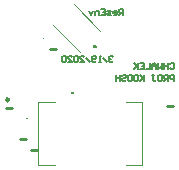
<source format=gbo>
G04*
G04 #@! TF.GenerationSoftware,Altium Limited,Altium Designer,20.0.13 (296)*
G04*
G04 Layer_Color=65280*
%FSLAX25Y25*%
%MOIN*%
G70*
G01*
G75*
%ADD10C,0.00984*%
%ADD11C,0.00787*%
%ADD12C,0.00394*%
%ADD13C,0.01000*%
%ADD46C,0.00600*%
D10*
X3945Y27784D02*
G03*
X3945Y27784I-492J0D01*
G01*
D11*
X32903Y45824D02*
G03*
X32346Y45267I-278J-278D01*
G01*
D02*
G03*
X32903Y45824I278J278D01*
G01*
D12*
X15724Y48256D02*
G03*
X15331Y48256I-197J0D01*
G01*
D02*
G03*
X15724Y48256I197J0D01*
G01*
X9901Y21472D02*
G03*
X10295Y21472I197J0D01*
G01*
D02*
G03*
X9901Y21472I-197J0D01*
G01*
X13677Y5870D02*
X19189D01*
X13677D02*
Y27130D01*
X19189D01*
X42811Y5870D02*
X48323D01*
Y27130D01*
X42811D02*
X48323D01*
X25526Y59604D02*
X34434Y50696D01*
X18566Y52645D02*
X27474Y43736D01*
D13*
X25126Y29961D02*
G03*
X25126Y29958I197J0D01*
G01*
X56500Y25501D02*
X58500D01*
X17500Y44499D02*
X19500D01*
X2890Y24825D02*
X4890D01*
X11350Y10913D02*
X13350D01*
X7600Y14499D02*
X9600D01*
D46*
X57567Y39605D02*
X57900Y39939D01*
X58567D01*
X58900Y39605D01*
Y38272D01*
X58567Y37939D01*
X57900D01*
X57567Y38272D01*
X56901Y39939D02*
Y37939D01*
Y38939D01*
X55568D01*
Y39939D01*
Y37939D01*
X54901Y39939D02*
Y37939D01*
X54235Y38606D01*
X53568Y37939D01*
Y39939D01*
X52902Y37939D02*
Y39272D01*
X52236Y39939D01*
X51569Y39272D01*
Y37939D01*
Y38939D01*
X52902D01*
X50903Y39939D02*
Y37939D01*
X49570D01*
X47570Y39939D02*
X48903D01*
Y37939D01*
X47570D01*
X48903Y38939D02*
X48237D01*
X46904Y39939D02*
Y37939D01*
Y38606D01*
X45571Y39939D01*
X46571Y38939D01*
X45571Y37939D01*
X58900Y34100D02*
Y36099D01*
X57900D01*
X57567Y35766D01*
Y35100D01*
X57900Y34766D01*
X58900D01*
X56901Y34100D02*
Y36099D01*
X55901D01*
X55568Y35766D01*
Y35100D01*
X55901Y34766D01*
X56901D01*
X56234D02*
X55568Y34100D01*
X53902Y36099D02*
X54568D01*
X54901Y35766D01*
Y34433D01*
X54568Y34100D01*
X53902D01*
X53568Y34433D01*
Y35766D01*
X53902Y36099D01*
X51569D02*
X52236D01*
X51902D01*
Y34433D01*
X52236Y34100D01*
X52569D01*
X52902Y34433D01*
X48903Y36099D02*
Y34100D01*
Y34766D01*
X47570Y36099D01*
X48570Y35100D01*
X47570Y34100D01*
X45904Y36099D02*
X46571D01*
X46904Y35766D01*
Y34433D01*
X46571Y34100D01*
X45904D01*
X45571Y34433D01*
Y35766D01*
X45904Y36099D01*
X43905D02*
X44571D01*
X44905Y35766D01*
Y34433D01*
X44571Y34100D01*
X43905D01*
X43572Y34433D01*
Y35766D01*
X43905Y36099D01*
X41572Y35766D02*
X41906Y36099D01*
X42572D01*
X42905Y35766D01*
Y35433D01*
X42572Y35100D01*
X41906D01*
X41572Y34766D01*
Y34433D01*
X41906Y34100D01*
X42572D01*
X42905Y34433D01*
X40906Y36099D02*
Y34100D01*
Y35100D01*
X39573D01*
Y36099D01*
Y34100D01*
X41900Y56100D02*
Y58099D01*
X40900D01*
X40567Y57766D01*
Y57100D01*
X40900Y56766D01*
X41900D01*
X41234D02*
X40567Y56100D01*
X38901D02*
X39567D01*
X39901Y56433D01*
Y57100D01*
X39567Y57433D01*
X38901D01*
X38568Y57100D01*
Y56766D01*
X39901D01*
X37901Y56100D02*
X36902D01*
X36568Y56433D01*
X36902Y56766D01*
X37568D01*
X37901Y57100D01*
X37568Y57433D01*
X36568D01*
X34569Y58099D02*
X35902D01*
Y56100D01*
X34569D01*
X35902Y57100D02*
X35236D01*
X33903Y56100D02*
Y57433D01*
X32903D01*
X32570Y57100D01*
Y56100D01*
X31903Y57433D02*
X31237Y56100D01*
X30570Y57433D01*
X38644Y42080D02*
X38311Y42413D01*
X37644D01*
X37311Y42080D01*
Y41747D01*
X37644Y41414D01*
X37977D01*
X37644D01*
X37311Y41081D01*
Y40747D01*
X37644Y40414D01*
X38311D01*
X38644Y40747D01*
X36644Y40414D02*
X35311Y41747D01*
X34645Y40414D02*
X33979D01*
X34312D01*
Y42413D01*
X34645Y42080D01*
X32979Y40747D02*
X32646Y40414D01*
X31979D01*
X31646Y40747D01*
Y42080D01*
X31979Y42413D01*
X32646D01*
X32979Y42080D01*
Y41747D01*
X32646Y41414D01*
X31646D01*
X30980Y40414D02*
X29647Y41747D01*
X27647Y40414D02*
X28980D01*
X27647Y41747D01*
Y42080D01*
X27981Y42413D01*
X28647D01*
X28980Y42080D01*
X26981D02*
X26648Y42413D01*
X25981D01*
X25648Y42080D01*
Y40747D01*
X25981Y40414D01*
X26648D01*
X26981Y40747D01*
Y42080D01*
X23649Y40414D02*
X24982D01*
X23649Y41747D01*
Y42080D01*
X23982Y42413D01*
X24648D01*
X24982Y42080D01*
X22982D02*
X22649Y42413D01*
X21982D01*
X21649Y42080D01*
Y40747D01*
X21982Y40414D01*
X22649D01*
X22982Y40747D01*
Y42080D01*
M02*

</source>
